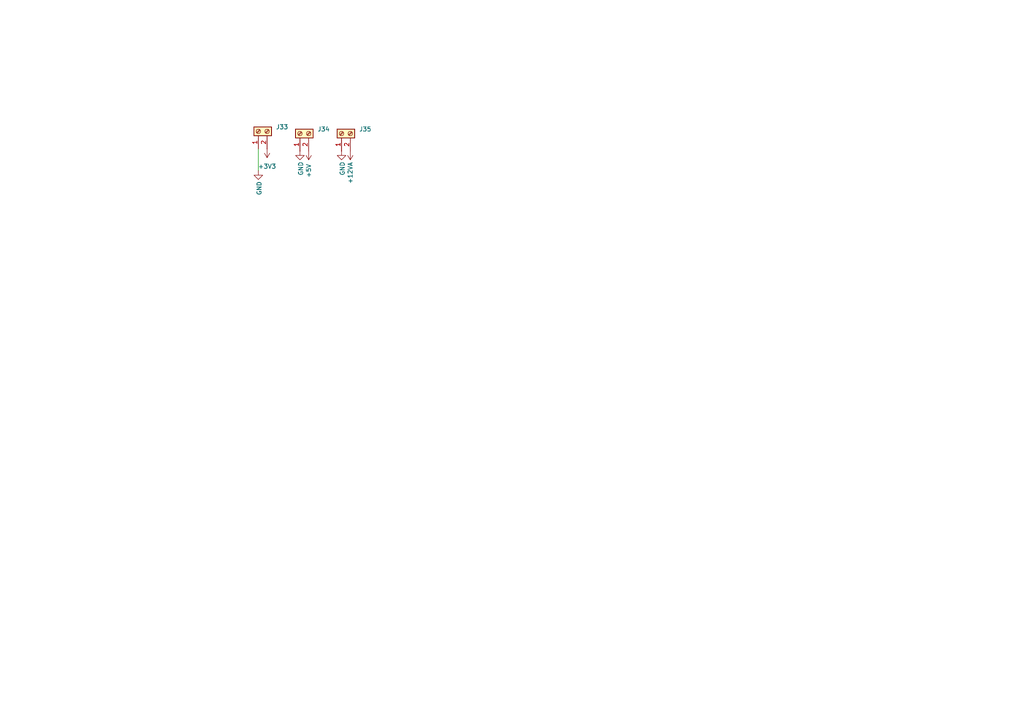
<source format=kicad_sch>
(kicad_sch (version 20231120) (generator "eeschema") (generator_version "8.0")
  (paper "A4")
  (lib_symbols
    (symbol "Connector:Screw_Terminal_01x02" (pin_names (offset 1.016) hide)
      (property "Reference" "J" (at 0 2.54 0))
      (property "Value" "Screw_Terminal_01x02" (at 0 -5.08 0))
      (symbol "Screw_Terminal_01x02_1_1"
        (rectangle (start -1.27 1.27) (end 1.27 -3.81) (stroke (width 0.254)) (fill (type background)))
        (circle (center 0 -2.54) (radius 0.635) (stroke (width 0.1524)))
        (polyline (pts (xy -0.5334 -2.2098) (xy 0.3302 -3.048)) (stroke (width 0.1524)))
        (polyline (pts (xy -0.5334 0.3302) (xy 0.3302 -0.508)) (stroke (width 0.1524)))
        (polyline (pts (xy -0.3556 -2.032) (xy 0.508 -2.8702)) (stroke (width 0.1524)))
        (polyline (pts (xy -0.3556 0.508) (xy 0.508 -0.3302)) (stroke (width 0.1524)))
        (circle (center 0 0) (radius 0.635) (stroke (width 0.1524)))
        (pin passive line (at -5.08 0 0) (length 3.81) (name "Pin_1") (number "1"))
        (pin passive line (at -5.08 -2.54 0) (length 3.81) (name "Pin_2") (number "2"))
      )
    )
    (symbol "power:+12VA" (power) (pin_numbers hide) (pin_names (offset 0) hide)
      (property "Value" "+12VA" (at 0 3.556 0))
      (symbol "+12VA_0_1"
        (polyline (pts (xy -0.762 1.27) (xy 0 2.54)))
        (polyline (pts (xy 0 0) (xy 0 2.54)))
        (polyline (pts (xy 0 2.54) (xy 0.762 1.27)))
      )
      (symbol "+12VA_1_1"
        (pin power_in line (at 0 0 90) (length 0) (name "~") (number "1"))
      )
    )
    (symbol "power:+3V3" (power) (pin_numbers hide) (pin_names (offset 0) hide)
      (property "Value" "+3V3" (at 0 3.556 0))
      (symbol "+3V3_0_1"
        (polyline (pts (xy -0.762 1.27) (xy 0 2.54)))
        (polyline (pts (xy 0 0) (xy 0 2.54)))
        (polyline (pts (xy 0 2.54) (xy 0.762 1.27)))
      )
      (symbol "+3V3_1_1"
        (pin power_in line (at 0 0 90) (length 0) (name "~") (number "1"))
      )
    )
    (symbol "power:+5V" (power) (pin_numbers hide) (pin_names (offset 0) hide)
      (property "Value" "+5V" (at 0 3.556 0))
      (symbol "+5V_0_1"
        (polyline (pts (xy -0.762 1.27) (xy 0 2.54)))
        (polyline (pts (xy 0 0) (xy 0 2.54)))
        (polyline (pts (xy 0 2.54) (xy 0.762 1.27)))
      )
      (symbol "+5V_1_1"
        (pin power_in line (at 0 0 90) (length 0) (name "~") (number "1"))
      )
    )
    (symbol "power:GND" (power) (pin_numbers hide) (pin_names (offset 0) hide)
      (property "Value" "GND" (at 0 -3.81 0))
      (symbol "GND_0_1"
        (polyline (pts (xy 0 0) (xy 0 -1.27) (xy 1.27 -1.27) (xy 0 -2.54) (xy -1.27 -1.27) (xy 0 -1.27)))
      )
      (symbol "GND_1_1"
        (pin power_in line (at 0 0 270) (length 0) (name "~") (number "1"))
      )
    )
  )
  (wire (pts (xy 74.93 49.53) (xy 74.93 43.18)))
  (symbol (lib_id "Connector:Screw_Terminal_01x02") (at 86.995 38.735 90) (unit 1)
    (property "Reference" "J34" (at 92.075 37.4649 90) (effects (justify right)))
    (property "Value" "Screw_Terminal_01x02" (effects (hide yes)))
    (property "Footprint" "TerminalBlock_Altech:Altech_AK300_1x02_P5.00mm_45-Degree" (effects (hide yes)))
    (property "Description" "Generic screw terminal, single row, 01x02, script generated (kicad-library-utils/schlib/autogen/connector/)" (effects (hide yes)))
  )
  (symbol (lib_id "power:GND") (at 74.93 49.53 0) (unit 1)
    (property "Reference" "#PWR0103" (effects (hide yes)))
    (property "Value" "GND" (at 75.184 54.61 90))
    (property "Description" "Power symbol creates a global label with name \"GND\" , ground" (effects (hide yes)))
  )
  (symbol (lib_id "power:GND") (at 86.995 43.815 0) (unit 1)
    (property "Reference" "#PWR0109" (effects (hide yes)))
    (property "Value" "GND" (at 87.249 48.895 90))
    (property "Description" "Power symbol creates a global label with name \"GND\" , ground" (effects (hide yes)))
  )
  (symbol (lib_id "Connector:Screw_Terminal_01x02") (at 74.93 38.1 90) (unit 1)
    (property "Reference" "J33" (at 80.01 36.8299 90) (effects (justify right)))
    (property "Value" "Screw_Terminal_01x02" (effects (hide yes)))
    (property "Footprint" "TerminalBlock_Altech:Altech_AK300_1x02_P5.00mm_45-Degree" (effects (hide yes)))
    (property "Description" "Generic screw terminal, single row, 01x02, script generated (kicad-library-utils/schlib/autogen/connector/)" (effects (hide yes)))
  )
  (symbol (lib_id "power:GND") (at 99.06 43.815 0) (unit 1)
    (property "Reference" "#PWR0110" (effects (hide yes)))
    (property "Value" "GND" (at 99.314 48.895 90))
    (property "Description" "Power symbol creates a global label with name \"GND\" , ground" (effects (hide yes)))
  )
  (symbol (lib_id "Connector:Screw_Terminal_01x02") (at 99.06 38.735 90) (unit 1)
    (property "Reference" "J35" (at 104.14 37.4649 90) (effects (justify right)))
    (property "Value" "Screw_Terminal_01x02" (effects (hide yes)))
    (property "Footprint" "TerminalBlock_Altech:Altech_AK300_1x02_P5.00mm_45-Degree" (effects (hide yes)))
    (property "Description" "Generic screw terminal, single row, 01x02, script generated (kicad-library-utils/schlib/autogen/connector/)" (effects (hide yes)))
  )
  (symbol (lib_id "power:+5V") (at 89.535 43.815 180) (unit 1)
    (property "Reference" "#PWR0107" (effects (hide yes)))
    (property "Value" "+5V" (at 89.535 49.53 90))
    (property "Description" "Power symbol creates a global label with name \"+5V\"" (effects (hide yes)))
  )
  (symbol (lib_id "power:+3V3") (at 77.47 43.18 180) (unit 1)
    (property "Reference" "#PWR076" (effects (hide yes)))
    (property "Value" "+3V3" (at 77.47 48.26 0))
    (property "Description" "Power symbol creates a global label with name \"+3V3\"" (effects (hide yes)))
  )
  (symbol (lib_id "power:+12VA") (at 101.6 43.815 180) (unit 1)
    (property "Reference" "#PWR0108" (effects (hide yes)))
    (property "Value" "+12VA" (at 101.6 50.165 90))
    (property "Description" "Power symbol creates a global label with name \"+12VA\"" (effects (hide yes)))
  )
)
</source>
